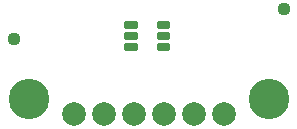
<source format=gbs>
G04 EAGLE Gerber RS-274X export*
G75*
%MOMM*%
%FSLAX34Y34*%
%LPD*%
%INSoldermask Bottom*%
%IPPOS*%
%AMOC8*
5,1,8,0,0,1.08239X$1,22.5*%
G01*
%ADD10C,1.127000*%
%ADD11C,3.429000*%
%ADD12C,0.226312*%
%ADD13C,2.006600*%


D10*
X12700Y76200D03*
X241300Y101600D03*
D11*
X228600Y25400D03*
X25400Y25400D03*
D12*
X134482Y91046D02*
X143268Y91046D01*
X143268Y86450D01*
X134482Y86450D01*
X134482Y91046D01*
X134482Y88600D02*
X143268Y88600D01*
X143268Y90750D02*
X134482Y90750D01*
X134482Y81546D02*
X143268Y81546D01*
X143268Y76950D01*
X134482Y76950D01*
X134482Y81546D01*
X134482Y79100D02*
X143268Y79100D01*
X143268Y81250D02*
X134482Y81250D01*
X134482Y72046D02*
X143268Y72046D01*
X143268Y67450D01*
X134482Y67450D01*
X134482Y72046D01*
X134482Y69600D02*
X143268Y69600D01*
X143268Y71750D02*
X134482Y71750D01*
X115963Y72046D02*
X107177Y72046D01*
X115963Y72046D02*
X115963Y67450D01*
X107177Y67450D01*
X107177Y72046D01*
X107177Y69600D02*
X115963Y69600D01*
X115963Y71750D02*
X107177Y71750D01*
X107177Y81546D02*
X115963Y81546D01*
X115963Y76950D01*
X107177Y76950D01*
X107177Y81546D01*
X107177Y79100D02*
X115963Y79100D01*
X115963Y81250D02*
X107177Y81250D01*
X107177Y91046D02*
X115963Y91046D01*
X115963Y86450D01*
X107177Y86450D01*
X107177Y91046D01*
X107177Y88600D02*
X115963Y88600D01*
X115963Y90750D02*
X107177Y90750D01*
D13*
X63500Y12700D03*
X88900Y12700D03*
X114300Y12700D03*
X139700Y12700D03*
X165100Y12700D03*
X190500Y12700D03*
M02*

</source>
